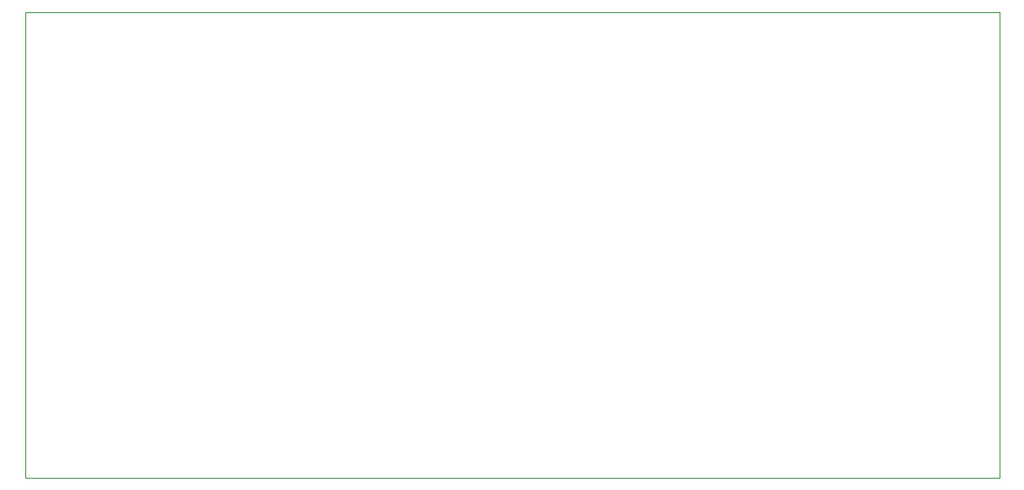
<source format=gm1>
G04 #@! TF.GenerationSoftware,KiCad,Pcbnew,(5.1.5)-3*
G04 #@! TF.CreationDate,2020-05-14T22:33:27-07:00*
G04 #@! TF.ProjectId,circuit_pj,63697263-7569-4745-9f70-6a2e6b696361,rev?*
G04 #@! TF.SameCoordinates,Original*
G04 #@! TF.FileFunction,Profile,NP*
%FSLAX46Y46*%
G04 Gerber Fmt 4.6, Leading zero omitted, Abs format (unit mm)*
G04 Created by KiCad (PCBNEW (5.1.5)-3) date 2020-05-14 22:33:27*
%MOMM*%
%LPD*%
G04 APERTURE LIST*
%ADD10C,0.100000*%
G04 APERTURE END LIST*
D10*
X90932000Y-124968000D02*
X90932000Y-124460000D01*
X185420000Y-124968000D02*
X90932000Y-124968000D01*
X90932000Y-79756000D02*
X90932000Y-124460000D01*
X185420000Y-79756000D02*
X90932000Y-79756000D01*
X185420000Y-124968000D02*
X185420000Y-79756000D01*
M02*

</source>
